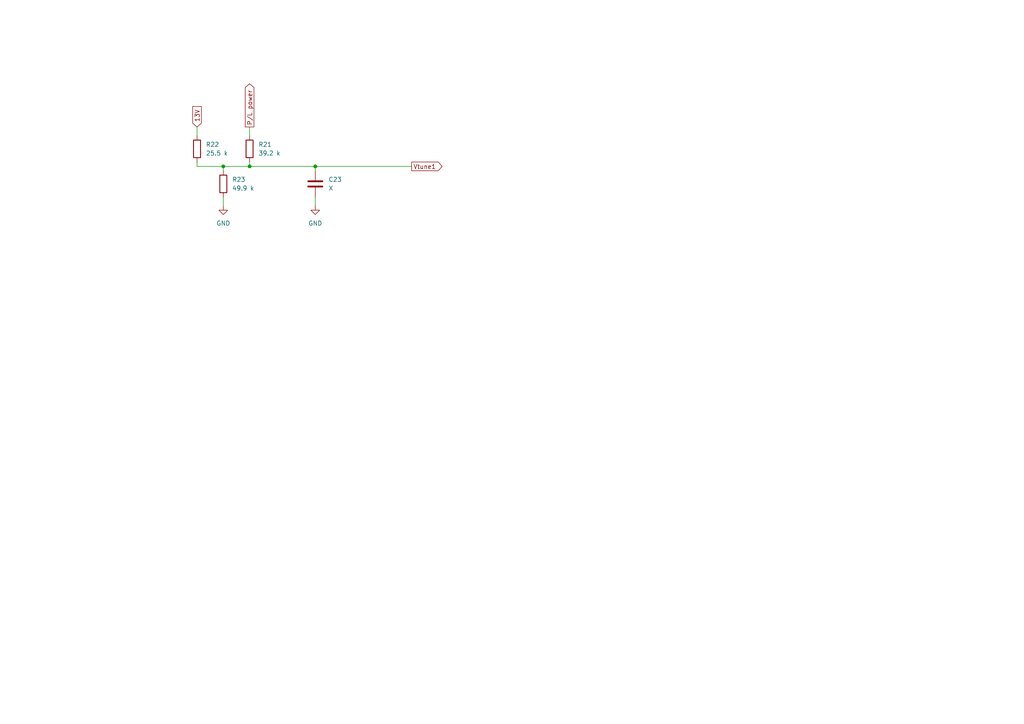
<source format=kicad_sch>
(kicad_sch (version 20211123) (generator eeschema)
  (paper "A4")
  (lib_symbols
    (symbol "Device:C" (pin_numbers hide) (pin_names (offset 0.254))
      (property "Reference" "C" (at 0.635 2.54 0))
      (property "Value" "C" (at 0.635 -2.54 0))
      (symbol "C_0_1"
        (polyline (pts (xy -2.032 -0.762) (xy 2.032 -0.762)) (stroke (width 0.508)))
        (polyline (pts (xy -2.032 0.762) (xy 2.032 0.762)) (stroke (width 0.508)))
      )
      (symbol "C_1_1"
        (pin passive line (at 0 3.81 270) (length 2.794) (name "~") (number "1"))
        (pin passive line (at 0 -3.81 90) (length 2.794) (name "~") (number "2"))
      )
    )
    (symbol "Device:R" (pin_numbers hide) (pin_names (offset 0))
      (property "Reference" "R" (at 2.032 0 90))
      (property "Value" "R" (at 0 0 90))
      (symbol "R_0_1"
        (rectangle (start -1.016 -2.54) (end 1.016 2.54) (stroke (width 0.254)))
      )
      (symbol "R_1_1"
        (pin passive line (at 0 3.81 270) (length 1.27) (name "~") (number "1"))
        (pin passive line (at 0 -3.81 90) (length 1.27) (name "~") (number "2"))
      )
    )
    (symbol "power:GND" (power) (pin_names (offset 0))
      (property "Value" "GND" (at 0 -3.81 0))
      (symbol "GND_0_1"
        (polyline (pts (xy 0 0) (xy 0 -1.27) (xy 1.27 -1.27) (xy 0 -2.54) (xy -1.27 -1.27) (xy 0 -1.27)))
      )
      (symbol "GND_1_1"
        (pin power_in line (at 0 0 270) (length 0) hide (name "GND") (number "1"))
      )
    )
  )
  (junction (at 91.44 48.26))
  (junction (at 64.77 48.26))
  (junction (at 72.39 48.26))
  (wire (pts (xy 57.15 46.99) (xy 57.15 48.26)))
  (wire (pts (xy 64.77 48.26) (xy 64.77 49.53)))
  (wire (pts (xy 72.39 36.83) (xy 72.39 39.37)))
  (wire (pts (xy 64.77 57.15) (xy 64.77 59.69)))
  (wire (pts (xy 72.39 48.26) (xy 91.44 48.26)))
  (wire (pts (xy 91.44 57.15) (xy 91.44 59.69)))
  (wire (pts (xy 72.39 46.99) (xy 72.39 48.26)))
  (wire (pts (xy 57.15 48.26) (xy 64.77 48.26)))
  (wire (pts (xy 64.77 48.26) (xy 72.39 48.26)))
  (wire (pts (xy 91.44 48.26) (xy 119.38 48.26)))
  (wire (pts (xy 57.15 36.83) (xy 57.15 39.37)))
  (wire (pts (xy 91.44 48.26) (xy 91.44 49.53)))
  (global_label "Vtune1" (shape output) (at 119.38 48.26 0) (property "Intersheet References" "${INTERSHEET_REFS}" (effects hide)))
  (global_label "13V" (shape input) (at 57.15 36.83 90) (property "Intersheet References" "${INTERSHEET_REFS}" (effects hide)))
  (global_label "P{slash}L power" (shape output) (at 72.39 36.83 90) (property "Intersheet References" "${INTERSHEET_REFS}" (effects hide)))
  (symbol (lib_id "Device:R") (at 57.15 43.18 0) (unit 1)
    (property "Reference" "R22" (at 59.69 41.9099 0) (effects (justify left)))
    (property "Value" "25.5 k" (at 59.69 44.4499 0) (effects (justify left)))
    (property "Footprint" "Resistor_SMD:R_0402_1005Metric_Pad0.72x0.64mm_HandSolder" (effects hide))
  )
  (symbol (lib_id "Device:C") (at 91.44 53.34 0) (unit 1)
    (property "Reference" "C23" (at 95.25 52.0699 0) (effects (justify left)))
    (property "Value" "X" (at 95.25 54.6099 0) (effects (justify left)))
    (property "Footprint" "Capacitor_SMD:C_0603_1608Metric_Pad1.08x0.95mm_HandSolder" (effects hide))
  )
  (symbol (lib_id "Device:R") (at 72.39 43.18 0) (unit 1)
    (property "Reference" "R21" (at 74.93 41.9099 0) (effects (justify left)))
    (property "Value" "39.2 k" (at 74.93 44.4499 0) (effects (justify left)))
    (property "Footprint" "Resistor_SMD:R_0603_1608Metric_Pad0.98x0.95mm_HandSolder" (effects hide))
  )
  (symbol (lib_id "power:GND") (at 91.44 59.69 0) (unit 1)
    (property "Reference" "#PWR0134" (effects hide))
    (property "Value" "GND" (at 91.44 64.77 0))
  )
  (symbol (lib_id "power:GND") (at 64.77 59.69 0) (unit 1)
    (property "Reference" "#PWR0132" (effects hide))
    (property "Value" "GND" (at 64.77 64.77 0))
  )
  (symbol (lib_id "Device:R") (at 64.77 53.34 0) (unit 1)
    (property "Reference" "R23" (at 67.31 52.0699 0) (effects (justify left)))
    (property "Value" "49.9 k" (at 67.31 54.6099 0) (effects (justify left)))
    (property "Footprint" "Resistor_SMD:R_0402_1005Metric_Pad0.72x0.64mm_HandSolder" (effects hide))
  )
)
</source>
